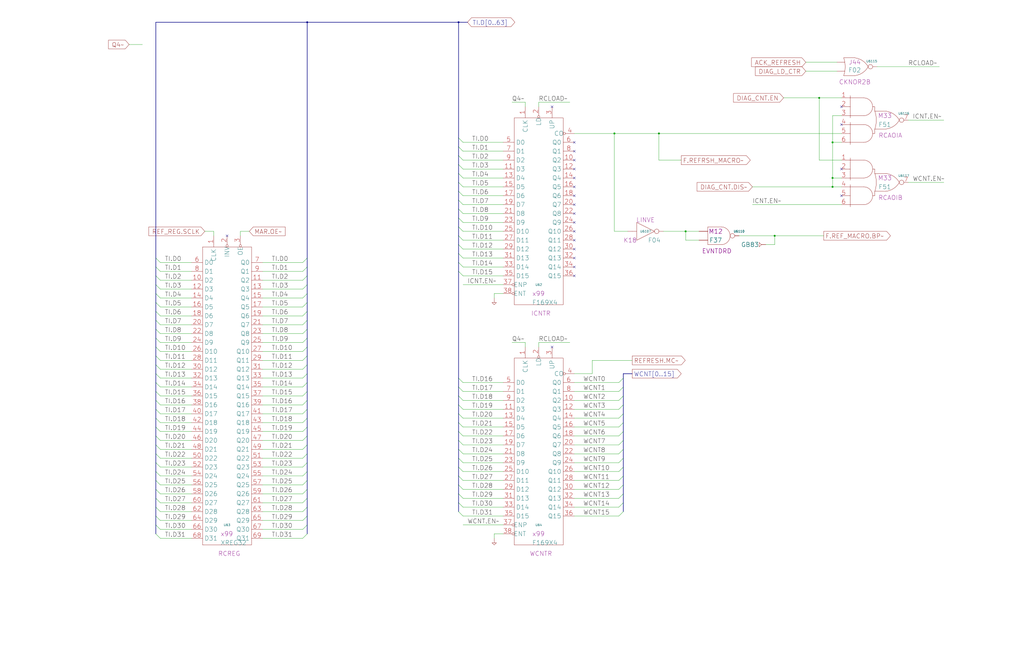
<source format=kicad_sch>
(kicad_sch (version 20221206) (generator eeschema)
  (paper "User" 584.2 378.46)
  (title_block (title "REFRESH COUNTERS") (date "20-MAR-90") (rev "1.0") (comment 1 "FIU") (comment 2 "232-003065") (comment 3 "S400") (comment 4 "RELEASED"))
  (lib_symbols
    (symbol "r1000:F02" (pin_numbers hide) (pin_names hide)
      (property "Reference" "U" (at 12.16 0.635 0))
      (property "Value" "F02" (at -1.27 -4.445 0))
      (property "Location" "___" (at 2.54 0 0))
      (property "Name" "______" (at 2.54 -12.7 0))
      (symbol "F02_0_1"
        (arc (start -3.81 -7.62) (mid -2.9847 -2.54) (end -3.81 2.54) (stroke (width 0.1524)))
        (polyline (pts (xy -5.08 -5.08) (xy -3.175 -5.08)) (stroke (width 0.1524)))
        (polyline (pts (xy -5.08 0) (xy -3.175 0)) (stroke (width 0.1524)))
        (polyline (pts (xy -3.81 -7.62) (xy 2.54 -7.62)) (stroke (width 0.1524)))
        (polyline (pts (xy -3.81 2.54) (xy 2.54 2.54)) (stroke (width 0.1524)))
        (polyline (pts (xy 13.97 -2.54) (xy 12.7 -2.54)) (stroke (width 0.1524)))
        (arc (start 2.54 -7.62) (mid 6.9515 -5.9823) (end 10.16 -2.54) (stroke (width 0.1524)))
        (arc (start 10.16 -2.54) (mid 6.9478 0.8966) (end 2.54 2.54) (stroke (width 0.1524)))
        (circle (center 11.43 -2.54) (radius 1.27) (stroke (width 0.1524)))
      )
      (symbol "F02_0_2"
        (circle (center -3.81 -5.08) (radius 1.27) (stroke (width 0.1524)))
        (circle (center -3.81 0) (radius 1.27) (stroke (width 0.1524)))
        (polyline (pts (xy -2.54 -7.62) (xy 5.08 -7.62)) (stroke (width 0.1524)))
        (polyline (pts (xy -2.54 2.54) (xy -2.54 -7.62)) (stroke (width 0.1524)))
        (polyline (pts (xy -2.54 2.54) (xy 5.08 2.54)) (stroke (width 0.1524)))
        (polyline (pts (xy 11.43 -2.54) (xy 10.16 -2.54)) (stroke (width 0.1524)))
        (polyline (pts (xy 11.43 -2.54) (xy 12.7 -2.54)) (stroke (width 0.1524)))
        (arc (start 5.08 -7.62) (mid 10.1282 -2.54) (end 5.08 2.54) (stroke (width 0.1524)))
      )
      (symbol "F02_1_1"
        (pin input line (at -7.62 0 0) (length 2.54) (name "D0") (number "1"))
        (pin input line (at -7.62 -5.08 0) (length 2.54) (name "D1") (number "2"))
        (pin output line (at 15.24 -2.54 180) (length 1.27) (name "Q") (number "3"))
      )
      (symbol "F02_1_2"
        (pin input line (at -7.62 0 0) (length 2.54) (name "D0") (number "1"))
        (pin input line (at -7.62 -5.08 0) (length 2.54) (name "D1") (number "2"))
        (pin output line (at 15.24 -2.54 180) (length 2.54) (name "Q") (number "3"))
      )
    )
    (symbol "r1000:F04" (pin_numbers hide) (pin_names hide)
      (property "Reference" "U" (at 0 0 0))
      (property "Value" "F04" (at 1.27 -5.08 0))
      (property "Location" "___" (at -12.7 -5.08 0))
      (property "Name" "______" (at 0 5.08 0))
      (symbol "F04_0_1"
        (polyline (pts (xy -7.62 0) (xy -5.08 0)) (stroke (width 0.1524)))
        (polyline (pts (xy -5.08 5.08) (xy -5.08 -5.08)) (stroke (width 0.1524)))
        (polyline (pts (xy 5.08 0) (xy -5.08 -5.08)) (stroke (width 0.1524)))
        (polyline (pts (xy 5.08 0) (xy -5.08 5.08)) (stroke (width 0.1524)))
        (circle (center 6.35 0) (radius 1.27) (stroke (width 0.1524)))
      )
      (symbol "F04_1_1"
        (pin input line (at -10.16 0 0) (length 2.54) (name "D0") (number "1"))
        (pin output line (at 10.16 0 180) (length 2.54) (name "Q") (number "2"))
      )
    )
    (symbol "r1000:F169X4" (pin_names (offset 1.016))
      (property "Reference" "U" (at 2.54 5.08 0))
      (property "Value" "F169X4" (at -1.27 -5.08 0))
      (property "Location" "___" (at -1.27 0 0))
      (property "Name" "______" (at 3.81 -12.7 0))
      (symbol "F169X4_1_1"
        (circle (center -12.065 0) (radius 0.635))
        (circle (center -12.065 5.08) (radius 0.635))
        (rectangle (start -11.43 100.33) (end 16.51 -6.35))
        (circle (center 2.54 100.965) (radius 0.635))
        (circle (center 17.145 91.44) (radius 0.635))
        (pin input line (at -5.08 106.68 270) (length 6.35) (name "CLK") (number "1"))
        (pin output line (at 22.86 76.2 180) (length 6.35) (name "Q2") (number "10"))
        (pin input line (at -17.78 71.12 0) (length 6.35) (name "D3") (number "11"))
        (pin output line (at 22.86 71.12 180) (length 6.35) (name "Q3") (number "12"))
        (pin input line (at -17.78 66.04 0) (length 6.35) (name "D4") (number "13"))
        (pin output line (at 22.86 66.04 180) (length 6.35) (name "Q4") (number "14"))
        (pin input line (at -17.78 60.96 0) (length 6.35) (name "D5") (number "15"))
        (pin output line (at 22.86 60.96 180) (length 6.35) (name "Q5") (number "16"))
        (pin input line (at -17.78 55.88 0) (length 6.35) (name "D6") (number "17"))
        (pin output line (at 22.86 55.88 180) (length 6.35) (name "Q6") (number "18"))
        (pin input line (at -17.78 50.8 0) (length 6.35) (name "D7") (number "19"))
        (pin input line (at 2.54 106.68 270) (length 5.08) (name "LD") (number "2"))
        (pin output line (at 22.86 50.8 180) (length 6.35) (name "Q7") (number "20"))
        (pin input line (at -17.78 45.72 0) (length 6.35) (name "D8") (number "21"))
        (pin output line (at 22.86 45.72 180) (length 6.35) (name "Q8") (number "22"))
        (pin input line (at -17.78 40.64 0) (length 6.35) (name "D9") (number "23"))
        (pin output line (at 22.86 40.64 180) (length 6.35) (name "Q9") (number "24"))
        (pin input line (at -17.78 35.56 0) (length 6.35) (name "D10") (number "25"))
        (pin output line (at 22.86 35.56 180) (length 6.35) (name "Q10") (number "26"))
        (pin input line (at -17.78 30.48 0) (length 6.35) (name "D11") (number "27"))
        (pin output line (at 22.86 30.48 180) (length 6.35) (name "Q11") (number "28"))
        (pin input line (at -17.78 25.4 0) (length 6.35) (name "D12") (number "29"))
        (pin input line (at 10.16 106.68 270) (length 6.35) (name "UP") (number "3"))
        (pin output line (at 22.86 25.4 180) (length 6.35) (name "Q12") (number "30"))
        (pin input line (at -17.78 20.32 0) (length 6.35) (name "D13") (number "31"))
        (pin output line (at 22.86 20.32 180) (length 6.35) (name "Q13") (number "32"))
        (pin input line (at -17.78 15.24 0) (length 6.35) (name "D14") (number "33"))
        (pin output line (at 22.86 15.24 180) (length 6.35) (name "Q14") (number "34"))
        (pin input line (at -17.78 10.16 0) (length 6.35) (name "D15") (number "35"))
        (pin output line (at 22.86 10.16 180) (length 6.35) (name "Q15") (number "36"))
        (pin input line (at -17.78 5.08 0) (length 5.08) (name "ENP") (number "37"))
        (pin input line (at -17.78 0 0) (length 5.08) (name "ENT") (number "38"))
        (pin output line (at 22.86 91.44 180) (length 5.08) (name "CO") (number "4"))
        (pin input line (at -17.78 86.36 0) (length 6.35) (name "D0") (number "5"))
        (pin output line (at 22.86 86.36 180) (length 6.35) (name "Q0") (number "6"))
        (pin input line (at -17.78 81.28 0) (length 6.35) (name "D1") (number "7"))
        (pin output line (at 22.86 81.28 180) (length 6.35) (name "Q1") (number "8"))
        (pin input line (at -17.78 76.2 0) (length 6.35) (name "D2") (number "9"))
      )
    )
    (symbol "r1000:F37" (pin_numbers hide) (pin_names (offset 0) hide)
      (property "Reference" "U" (at 15.24 0 0))
      (property "Value" "F37" (at 1.905 -5.08 0))
      (property "Location" "___" (at 1.905 0 0))
      (property "Name" "______" (at 2.54 -12.7 0))
      (symbol "F37_0_1"
        (polyline (pts (xy -2.54 -7.62) (xy 5.08 -7.62)) (stroke (width 0.1524)))
        (polyline (pts (xy -2.54 2.54) (xy -2.54 -7.62)) (stroke (width 0.1524)))
        (polyline (pts (xy -2.54 2.54) (xy 5.08 2.54)) (stroke (width 0.1524)))
        (arc (start 5.08 -7.62) (mid 10.1282 -2.54) (end 5.08 2.54) (stroke (width 0.1524)))
        (circle (center 11.43 -2.54) (radius 1.27) (stroke (width 0.1524)))
      )
      (symbol "F37_0_2"
        (circle (center -3.81 -5.08) (radius 1.27) (stroke (width 0.1524)))
        (circle (center -3.81 0) (radius 1.27) (stroke (width 0.1524)))
        (arc (start -3.175 -7.62) (mid -2.134 -2.54) (end -3.175 2.54) (stroke (width 0.1524)))
        (polyline (pts (xy -3.175 -7.62) (xy 3.81 -7.62)) (stroke (width 0.1524)))
        (polyline (pts (xy -3.175 2.54) (xy 3.81 2.54)) (stroke (width 0.1524)))
        (arc (start 3.81 -7.62) (mid 7.5855 -5.8306) (end 10.16 -2.54) (stroke (width 0.1524)))
        (arc (start 10.16 -2.54) (mid 7.5827 0.7471) (end 3.81 2.54) (stroke (width 0.1524)))
      )
      (symbol "F37_1_1"
        (pin input line (at -7.62 0 0) (length 5.08) (name "D0") (number "1"))
        (pin input line (at -7.62 -5.08 0) (length 5.08) (name "D1") (number "2"))
        (pin output line (at 15.24 -2.54 180) (length 2.54) (name "Q") (number "3"))
      )
      (symbol "F37_1_2"
        (pin input line (at -7.62 0 0) (length 2.54) (name "D0") (number "1"))
        (pin input line (at -7.62 -5.08 0) (length 2.54) (name "D1") (number "2"))
        (pin output line (at 15.24 -2.54 180) (length 5.08) (name "Q") (number "3"))
      )
    )
    (symbol "r1000:F51" (pin_names hide)
      (property "Reference" "U" (at 12.7 1.27 0))
      (property "Value" "F51" (at 1.905 -5.08 0))
      (property "Location" "___" (at 1.905 0 0))
      (property "Name" "______" (at 5.08 -12.7 0))
      (symbol "F51_0_0"
        (arc (start -10.16 -15.24) (mid -6.5679 -13.7521) (end -5.08 -10.16) (stroke (width 0.1524)))
        (arc (start -10.16 0) (mid -6.5679 1.4879) (end -5.08 5.08) (stroke (width 0.1524)))
        (arc (start -5.08 -10.16) (mid -6.5679 -6.5679) (end -10.16 -5.08) (stroke (width 0.1524)))
        (arc (start -5.08 5.08) (mid -6.5679 8.6721) (end -10.16 10.16) (stroke (width 0.1524)))
        (arc (start -3.8173 -7.62) (mid -2.9926 -2.54) (end -3.8173 2.54) (stroke (width 0.1524)))
        (polyline (pts (xy -20.32 -15.24) (xy -17.78 -15.24)) (stroke (width 0.1524)))
        (polyline (pts (xy -20.32 -10.16) (xy -17.78 -10.16)) (stroke (width 0.1524)))
        (polyline (pts (xy -20.32 -5.08) (xy -17.78 -5.08)) (stroke (width 0.1524)))
        (polyline (pts (xy -20.32 0) (xy -17.78 0)) (stroke (width 0.1524)))
        (polyline (pts (xy -20.32 5.08) (xy -17.78 5.08)) (stroke (width 0.1524)))
        (polyline (pts (xy -20.32 10.16) (xy -17.78 10.16)) (stroke (width 0.1524)))
        (polyline (pts (xy -17.78 -3.81) (xy -17.78 -16.51)) (stroke (width 0.1524)))
        (polyline (pts (xy -17.78 11.43) (xy -17.78 -1.27)) (stroke (width 0.1524)))
        (polyline (pts (xy -10.16 -15.24) (xy -17.78 -15.24)) (stroke (width 0.1524)))
        (polyline (pts (xy -10.16 -5.08) (xy -17.78 -5.08)) (stroke (width 0.1524)))
        (polyline (pts (xy -10.16 0) (xy -17.78 0)) (stroke (width 0.1524)))
        (polyline (pts (xy -10.16 10.16) (xy -17.78 10.16)) (stroke (width 0.1524)))
        (polyline (pts (xy -3.81 -7.62) (xy 2.54 -7.62)) (stroke (width 0.1524)))
        (polyline (pts (xy -3.81 2.54) (xy 2.54 2.54)) (stroke (width 0.1524)))
        (polyline (pts (xy -5.08 -10.16) (xy -3.81 -10.16) (xy -3.81 -7.62)) (stroke (width 0.1524)))
        (polyline (pts (xy -5.08 5.08) (xy -3.81 5.08) (xy -3.81 2.54)) (stroke (width 0.1524)))
        (arc (start 2.54 -7.62) (mid 6.9504 -5.9805) (end 10.16 -2.54) (stroke (width 0.1524)))
        (arc (start 10.16 -2.54) (mid 6.9516 0.9024) (end 2.54 2.54) (stroke (width 0.1524)))
        (circle (center 11.43 -2.54) (radius 1.27) (stroke (width 0.1524)))
      )
      (symbol "F51_1_1"
        (pin input line (at -22.86 10.16 0) (length 2.54) (name "A1") (number "1"))
        (pin input line (at -22.86 5.08 0) (length 2.54) (name "A2") (number "2"))
        (pin input line (at -22.86 0 0) (length 2.54) (name "A3") (number "3"))
        (pin input line (at -22.86 -5.08 0) (length 2.54) (name "B1") (number "4"))
        (pin input line (at -22.86 -10.16 0) (length 2.54) (name "B2") (number "5"))
        (pin input line (at -22.86 -15.24 0) (length 2.54) (name "B3") (number "6"))
        (pin output line (at 15.24 -2.54 180) (length 2.54) (name "Q") (number "7"))
      )
    )
    (symbol "r1000:GB" (pin_numbers hide) (pin_names (offset 0) hide)
      (property "Reference" "GB" (at 3.81 0 0))
      (symbol "GB_0_1"
        (polyline (pts (xy 2.54 0) (xy 3.81 1.27) (xy 3.81 -1.27) (xy 2.54 0)) (stroke (width 0.1524)))
      )
      (symbol "GB_1_1"
        (pin bidirectional line (at 0 0 0) (length 2.54) (name "") (number "1"))
      )
    )
    (symbol "r1000:PD" (power) (pin_numbers hide) (pin_names hide) (in_bom no)
      (symbol "PD_0_1"
        (polyline (pts (xy 0 -2.54) (xy 1.27 -2.54) (xy 0 -3.81) (xy -1.27 -2.54) (xy 0 -2.54)) (stroke (width 0.1524)))
      )
      (symbol "PD_1_1"
        (pin power_in line (at 0 0 270) (length 2.54) (name "PD") (number "1"))
      )
    )
    (symbol "r1000:XREG32" (pin_names (offset 1.016))
      (property "Reference" "U" (at 2.54 5.08 0))
      (property "Value" "XREG32" (at -1.27 -5.08 0))
      (property "Location" "___" (at -1.27 0 0))
      (property "Name" "______" (at 3.81 -12.7 0))
      (symbol "XREG32_1_1"
        (rectangle (start -11.43 163.83) (end 16.51 -6.35))
        (circle (center 2.54 164.465) (radius 0.635))
        (circle (center 10.16 164.465) (radius 0.635))
        (pin input line (at -5.08 170.18 270) (length 6.35) (name "CLK") (number "1"))
        (pin input line (at -17.78 144.78 0) (length 6.35) (name "D2") (number "10"))
        (pin tri_state line (at 22.86 144.78 180) (length 6.35) (name "Q2") (number "11"))
        (pin input line (at -17.78 139.7 0) (length 6.35) (name "D3") (number "12"))
        (pin tri_state line (at 22.86 139.7 180) (length 6.35) (name "Q3") (number "13"))
        (pin input line (at -17.78 134.62 0) (length 6.35) (name "D4") (number "14"))
        (pin tri_state line (at 22.86 134.62 180) (length 6.35) (name "Q4") (number "15"))
        (pin input line (at -17.78 129.54 0) (length 6.35) (name "D5") (number "16"))
        (pin tri_state line (at 22.86 129.54 180) (length 6.35) (name "Q5") (number "17"))
        (pin input line (at -17.78 124.46 0) (length 6.35) (name "D6") (number "18"))
        (pin tri_state line (at 22.86 124.46 180) (length 6.35) (name "Q6") (number "19"))
        (pin input line (at 2.54 170.18 270) (length 5.08) (name "INV") (number "2"))
        (pin input line (at -17.78 119.38 0) (length 6.35) (name "D7") (number "20"))
        (pin tri_state line (at 22.86 119.38 180) (length 6.35) (name "Q7") (number "21"))
        (pin input line (at -17.78 114.3 0) (length 6.35) (name "D8") (number "22"))
        (pin tri_state line (at 22.86 114.3 180) (length 6.35) (name "Q8") (number "23"))
        (pin input line (at -17.78 109.22 0) (length 6.35) (name "D9") (number "24"))
        (pin tri_state line (at 22.86 109.22 180) (length 6.35) (name "Q9") (number "25"))
        (pin input line (at -17.78 104.14 0) (length 6.35) (name "D10") (number "26"))
        (pin tri_state line (at 22.86 104.14 180) (length 6.35) (name "Q10") (number "27"))
        (pin input line (at -17.78 99.06 0) (length 6.35) (name "D11") (number "28"))
        (pin tri_state line (at 22.86 99.06 180) (length 6.35) (name "Q11") (number "29"))
        (pin input line (at 10.16 170.18 270) (length 5.08) (name "OE") (number "3"))
        (pin input line (at -17.78 93.98 0) (length 6.35) (name "D12") (number "30"))
        (pin tri_state line (at 22.86 93.98 180) (length 6.35) (name "Q12") (number "31"))
        (pin input line (at -17.78 88.9 0) (length 6.35) (name "D13") (number "32"))
        (pin tri_state line (at 22.86 88.9 180) (length 6.35) (name "Q13") (number "33"))
        (pin input line (at -17.78 83.82 0) (length 6.35) (name "D14") (number "34"))
        (pin tri_state line (at 22.86 83.82 180) (length 6.35) (name "Q14") (number "35"))
        (pin input line (at -17.78 78.74 0) (length 6.35) (name "D15") (number "36"))
        (pin tri_state line (at 22.86 78.74 180) (length 6.35) (name "Q15") (number "37"))
        (pin input line (at -17.78 73.66 0) (length 6.35) (name "D16") (number "38"))
        (pin tri_state line (at 22.86 73.66 180) (length 6.35) (name "Q16") (number "39"))
        (pin input line (at -17.78 68.58 0) (length 6.35) (name "D17") (number "40"))
        (pin tri_state line (at 22.86 68.58 180) (length 6.35) (name "Q17") (number "41"))
        (pin input line (at -17.78 63.5 0) (length 6.35) (name "D18") (number "42"))
        (pin tri_state line (at 22.86 63.5 180) (length 6.35) (name "Q18") (number "43"))
        (pin input line (at -17.78 58.42 0) (length 6.35) (name "D19") (number "44"))
        (pin tri_state line (at 22.86 58.42 180) (length 6.35) (name "Q19") (number "45"))
        (pin input line (at -17.78 53.34 0) (length 6.35) (name "D20") (number "46"))
        (pin tri_state line (at 22.86 53.34 180) (length 6.35) (name "Q20") (number "47"))
        (pin input line (at -17.78 48.26 0) (length 6.35) (name "D21") (number "48"))
        (pin tri_state line (at 22.86 48.26 180) (length 6.35) (name "Q21") (number "49"))
        (pin input line (at -17.78 43.18 0) (length 6.35) (name "D22") (number "50"))
        (pin tri_state line (at 22.86 43.18 180) (length 6.35) (name "Q22") (number "51"))
        (pin input line (at -17.78 38.1 0) (length 6.35) (name "D23") (number "52"))
        (pin tri_state line (at 22.86 38.1 180) (length 6.35) (name "Q23") (number "53"))
        (pin input line (at -17.78 33.02 0) (length 6.35) (name "D24") (number "54"))
        (pin tri_state line (at 22.86 33.02 180) (length 6.35) (name "Q24") (number "55"))
        (pin input line (at -17.78 27.94 0) (length 6.35) (name "D25") (number "56"))
        (pin tri_state line (at 22.86 27.94 180) (length 6.35) (name "Q25") (number "57"))
        (pin input line (at -17.78 22.86 0) (length 6.35) (name "D26") (number "58"))
        (pin tri_state line (at 22.86 22.86 180) (length 6.35) (name "Q26") (number "59"))
        (pin input line (at -17.78 154.94 0) (length 6.35) (name "D0") (number "6"))
        (pin input line (at -17.78 17.78 0) (length 6.35) (name "D27") (number "60"))
        (pin tri_state line (at 22.86 17.78 180) (length 6.35) (name "Q27") (number "61"))
        (pin input line (at -17.78 12.7 0) (length 6.35) (name "D28") (number "62"))
        (pin tri_state line (at 22.86 12.7 180) (length 6.35) (name "Q28") (number "63"))
        (pin input line (at -17.78 7.62 0) (length 6.35) (name "D29") (number "64"))
        (pin tri_state line (at 22.86 7.62 180) (length 6.35) (name "Q29") (number "65"))
        (pin input line (at -17.78 2.54 0) (length 6.35) (name "D30") (number "66"))
        (pin tri_state line (at 22.86 2.54 180) (length 6.35) (name "Q30") (number "67"))
        (pin input line (at -17.78 -2.54 0) (length 6.35) (name "D31") (number "68"))
        (pin tri_state line (at 22.86 -2.54 180) (length 6.35) (name "Q31") (number "69"))
        (pin tri_state line (at 22.86 154.94 180) (length 6.35) (name "Q0") (number "7"))
        (pin input line (at -17.78 149.86 0) (length 6.35) (name "D1") (number "8"))
        (pin tri_state line (at 22.86 149.86 180) (length 6.35) (name "Q1") (number "9"))
      )
    )
  )
  (junction (at 441.96 134.62))
  (junction (at 375.92 76.2))
  (junction (at 474.98 106.68))
  (junction (at 391.16 132.08))
  (junction (at 474.98 81.28))
  (junction (at 261.62 12.7))
  (junction (at 474.98 101.6))
  (junction (at 175.26 12.7))
  (junction (at 467.36 55.88))
  (junction (at 350.52 76.2))
  (no_connect (at 327.66 111.76))
  (no_connect (at 327.66 157.48))
  (no_connect (at 327.66 147.32))
  (no_connect (at 129.54 134.62))
  (no_connect (at 327.66 81.28))
  (no_connect (at 327.66 116.84))
  (no_connect (at 327.66 101.6))
  (no_connect (at 480.06 60.96))
  (no_connect (at 314.96 60.96))
  (no_connect (at 314.96 198.12))
  (no_connect (at 327.66 91.44))
  (no_connect (at 327.66 137.16))
  (no_connect (at 327.66 106.68))
  (no_connect (at 327.66 132.08))
  (no_connect (at 480.06 96.52))
  (no_connect (at 327.66 96.52))
  (no_connect (at 480.06 111.76))
  (no_connect (at 327.66 86.36))
  (no_connect (at 327.66 121.92))
  (no_connect (at 327.66 142.24))
  (no_connect (at 327.66 127))
  (no_connect (at 480.06 71.12))
  (no_connect (at 327.66 152.4))
  (bus_entry (at 261.62 144.78) (size 2.54 2.54))
  (bus_entry (at 261.62 271.78) (size 2.54 2.54))
  (bus_entry (at 175.26 238.76) (size -2.54 2.54))
  (bus_entry (at 175.26 167.64) (size -2.54 2.54))
  (bus_entry (at 88.9 254) (size 2.54 2.54))
  (bus_entry (at 175.26 304.8) (size -2.54 2.54))
  (bus_entry (at 175.26 162.56) (size -2.54 2.54))
  (bus_entry (at 175.26 233.68) (size -2.54 2.54))
  (bus_entry (at 355.6 226.06) (size -2.54 2.54))
  (bus_entry (at 88.9 264.16) (size 2.54 2.54))
  (bus_entry (at 355.6 231.14) (size -2.54 2.54))
  (bus_entry (at 88.9 223.52) (size 2.54 2.54))
  (bus_entry (at 88.9 193.04) (size 2.54 2.54))
  (bus_entry (at 88.9 213.36) (size 2.54 2.54))
  (bus_entry (at 355.6 236.22) (size -2.54 2.54))
  (bus_entry (at 88.9 304.8) (size 2.54 2.54))
  (bus_entry (at 261.62 287.02) (size 2.54 2.54))
  (bus_entry (at 261.62 215.9) (size 2.54 2.54))
  (bus_entry (at 175.26 228.6) (size -2.54 2.54))
  (bus_entry (at 261.62 241.3) (size 2.54 2.54))
  (bus_entry (at 261.62 226.06) (size 2.54 2.54))
  (bus_entry (at 175.26 198.12) (size -2.54 2.54))
  (bus_entry (at 175.26 208.28) (size -2.54 2.54))
  (bus_entry (at 261.62 129.54) (size 2.54 2.54))
  (bus_entry (at 88.9 243.84) (size 2.54 2.54))
  (bus_entry (at 261.62 88.9) (size 2.54 2.54))
  (bus_entry (at 355.6 241.3) (size -2.54 2.54))
  (bus_entry (at 355.6 281.94) (size -2.54 2.54))
  (bus_entry (at 355.6 251.46) (size -2.54 2.54))
  (bus_entry (at 88.9 152.4) (size 2.54 2.54))
  (bus_entry (at 261.62 109.22) (size 2.54 2.54))
  (bus_entry (at 175.26 157.48) (size -2.54 2.54))
  (bus_entry (at 88.9 198.12) (size 2.54 2.54))
  (bus_entry (at 175.26 269.24) (size -2.54 2.54))
  (bus_entry (at 175.26 187.96) (size -2.54 2.54))
  (bus_entry (at 261.62 83.82) (size 2.54 2.54))
  (bus_entry (at 88.9 162.56) (size 2.54 2.54))
  (bus_entry (at 88.9 228.6) (size 2.54 2.54))
  (bus_entry (at 261.62 93.98) (size 2.54 2.54))
  (bus_entry (at 88.9 233.68) (size 2.54 2.54))
  (bus_entry (at 88.9 208.28) (size 2.54 2.54))
  (bus_entry (at 175.26 213.36) (size -2.54 2.54))
  (bus_entry (at 88.9 182.88) (size 2.54 2.54))
  (bus_entry (at 175.26 218.44) (size -2.54 2.54))
  (bus_entry (at 175.26 152.4) (size -2.54 2.54))
  (bus_entry (at 175.26 289.56) (size -2.54 2.54))
  (bus_entry (at 261.62 124.46) (size 2.54 2.54))
  (bus_entry (at 175.26 284.48) (size -2.54 2.54))
  (bus_entry (at 355.6 271.78) (size -2.54 2.54))
  (bus_entry (at 261.62 134.62) (size 2.54 2.54))
  (bus_entry (at 88.9 187.96) (size 2.54 2.54))
  (bus_entry (at 175.26 172.72) (size -2.54 2.54))
  (bus_entry (at 175.26 279.4) (size -2.54 2.54))
  (bus_entry (at 175.26 182.88) (size -2.54 2.54))
  (bus_entry (at 175.26 264.16) (size -2.54 2.54))
  (bus_entry (at 261.62 292.1) (size 2.54 2.54))
  (bus_entry (at 175.26 294.64) (size -2.54 2.54))
  (bus_entry (at 355.6 276.86) (size -2.54 2.54))
  (bus_entry (at 355.6 215.9) (size -2.54 2.54))
  (bus_entry (at 175.26 299.72) (size -2.54 2.54))
  (bus_entry (at 175.26 254) (size -2.54 2.54))
  (bus_entry (at 88.9 172.72) (size 2.54 2.54))
  (bus_entry (at 261.62 231.14) (size 2.54 2.54))
  (bus_entry (at 261.62 251.46) (size 2.54 2.54))
  (bus_entry (at 88.9 289.56) (size 2.54 2.54))
  (bus_entry (at 88.9 157.48) (size 2.54 2.54))
  (bus_entry (at 88.9 269.24) (size 2.54 2.54))
  (bus_entry (at 261.62 261.62) (size 2.54 2.54))
  (bus_entry (at 175.26 223.52) (size -2.54 2.54))
  (bus_entry (at 175.26 259.08) (size -2.54 2.54))
  (bus_entry (at 88.9 279.4) (size 2.54 2.54))
  (bus_entry (at 88.9 299.72) (size 2.54 2.54))
  (bus_entry (at 175.26 203.2) (size -2.54 2.54))
  (bus_entry (at 261.62 78.74) (size 2.54 2.54))
  (bus_entry (at 175.26 147.32) (size -2.54 2.54))
  (bus_entry (at 261.62 99.06) (size 2.54 2.54))
  (bus_entry (at 88.9 147.32) (size 2.54 2.54))
  (bus_entry (at 261.62 246.38) (size 2.54 2.54))
  (bus_entry (at 88.9 238.76) (size 2.54 2.54))
  (bus_entry (at 355.6 266.7) (size -2.54 2.54))
  (bus_entry (at 261.62 276.86) (size 2.54 2.54))
  (bus_entry (at 261.62 154.94) (size 2.54 2.54))
  (bus_entry (at 261.62 236.22) (size 2.54 2.54))
  (bus_entry (at 355.6 287.02) (size -2.54 2.54))
  (bus_entry (at 261.62 119.38) (size 2.54 2.54))
  (bus_entry (at 355.6 246.38) (size -2.54 2.54))
  (bus_entry (at 261.62 149.86) (size 2.54 2.54))
  (bus_entry (at 261.62 139.7) (size 2.54 2.54))
  (bus_entry (at 175.26 193.04) (size -2.54 2.54))
  (bus_entry (at 88.9 294.64) (size 2.54 2.54))
  (bus_entry (at 88.9 284.48) (size 2.54 2.54))
  (bus_entry (at 88.9 259.08) (size 2.54 2.54))
  (bus_entry (at 355.6 256.54) (size -2.54 2.54))
  (bus_entry (at 88.9 203.2) (size 2.54 2.54))
  (bus_entry (at 355.6 292.1) (size -2.54 2.54))
  (bus_entry (at 355.6 220.98) (size -2.54 2.54))
  (bus_entry (at 261.62 104.14) (size 2.54 2.54))
  (bus_entry (at 261.62 220.98) (size 2.54 2.54))
  (bus_entry (at 175.26 274.32) (size -2.54 2.54))
  (bus_entry (at 261.62 281.94) (size 2.54 2.54))
  (bus_entry (at 88.9 167.64) (size 2.54 2.54))
  (bus_entry (at 175.26 177.8) (size -2.54 2.54))
  (bus_entry (at 355.6 261.62) (size -2.54 2.54))
  (bus_entry (at 261.62 256.54) (size 2.54 2.54))
  (bus_entry (at 261.62 114.3) (size 2.54 2.54))
  (bus_entry (at 88.9 218.44) (size 2.54 2.54))
  (bus_entry (at 175.26 248.92) (size -2.54 2.54))
  (bus_entry (at 88.9 248.92) (size 2.54 2.54))
  (bus_entry (at 261.62 266.7) (size 2.54 2.54))
  (bus_entry (at 175.26 243.84) (size -2.54 2.54))
  (bus_entry (at 88.9 274.32) (size 2.54 2.54))
  (bus_entry (at 88.9 177.8) (size 2.54 2.54))
  (wire (pts (xy 264.16 106.68) (xy 287.02 106.68)))
  (bus (pts (xy 88.9 213.36) (xy 88.9 218.44)))
  (wire (pts (xy 264.16 91.44) (xy 287.02 91.44)))
  (wire (pts (xy 327.66 218.44) (xy 353.06 218.44)))
  (bus (pts (xy 175.26 213.36) (xy 175.26 218.44)))
  (wire (pts (xy 327.66 259.08) (xy 353.06 259.08)))
  (wire (pts (xy 91.44 271.78) (xy 109.22 271.78)))
  (wire (pts (xy 172.72 220.98) (xy 149.86 220.98)))
  (wire (pts (xy 264.16 294.64) (xy 287.02 294.64)))
  (bus (pts (xy 261.62 220.98) (xy 261.62 226.06)))
  (bus (pts (xy 88.9 182.88) (xy 88.9 187.96)))
  (bus (pts (xy 88.9 294.64) (xy 88.9 299.72)))
  (bus (pts (xy 88.9 289.56) (xy 88.9 294.64)))
  (wire (pts (xy 91.44 205.74) (xy 109.22 205.74)))
  (bus (pts (xy 261.62 246.38) (xy 261.62 251.46)))
  (wire (pts (xy 467.36 91.44) (xy 467.36 55.88)))
  (bus (pts (xy 355.6 281.94) (xy 355.6 287.02)))
  (wire (pts (xy 172.72 170.18) (xy 149.86 170.18)))
  (bus (pts (xy 261.62 139.7) (xy 261.62 144.78)))
  (wire (pts (xy 264.16 218.44) (xy 287.02 218.44)))
  (bus (pts (xy 261.62 266.7) (xy 261.62 271.78)))
  (wire (pts (xy 91.44 210.82) (xy 109.22 210.82)))
  (wire (pts (xy 292.1 58.42) (xy 299.72 58.42)))
  (wire (pts (xy 360.68 205.74) (xy 337.82 205.74)))
  (wire (pts (xy 172.72 195.58) (xy 149.86 195.58)))
  (wire (pts (xy 327.66 228.6) (xy 353.06 228.6)))
  (bus (pts (xy 261.62 215.9) (xy 261.62 220.98)))
  (wire (pts (xy 91.44 297.18) (xy 109.22 297.18)))
  (wire (pts (xy 287.02 167.64) (xy 281.94 167.64)))
  (bus (pts (xy 261.62 261.62) (xy 261.62 266.7)))
  (wire (pts (xy 474.98 81.28) (xy 480.06 81.28)))
  (bus (pts (xy 88.9 299.72) (xy 88.9 304.8)))
  (wire (pts (xy 172.72 256.54) (xy 149.86 256.54)))
  (bus (pts (xy 261.62 231.14) (xy 261.62 236.22)))
  (wire (pts (xy 264.16 81.28) (xy 287.02 81.28)))
  (wire (pts (xy 172.72 185.42) (xy 149.86 185.42)))
  (wire (pts (xy 91.44 256.54) (xy 109.22 256.54)))
  (bus (pts (xy 175.26 147.32) (xy 175.26 152.4)))
  (wire (pts (xy 91.44 302.26) (xy 109.22 302.26)))
  (wire (pts (xy 281.94 167.64) (xy 281.94 170.18)))
  (wire (pts (xy 378.46 132.08) (xy 391.16 132.08)))
  (wire (pts (xy 264.16 152.4) (xy 287.02 152.4)))
  (bus (pts (xy 261.62 129.54) (xy 261.62 134.62)))
  (wire (pts (xy 91.44 220.98) (xy 109.22 220.98)))
  (wire (pts (xy 91.44 307.34) (xy 109.22 307.34)))
  (wire (pts (xy 327.66 254) (xy 353.06 254)))
  (wire (pts (xy 172.72 266.7) (xy 149.86 266.7)))
  (wire (pts (xy 137.16 132.08) (xy 137.16 134.62)))
  (wire (pts (xy 264.16 147.32) (xy 287.02 147.32)))
  (wire (pts (xy 91.44 241.3) (xy 109.22 241.3)))
  (bus (pts (xy 88.9 279.4) (xy 88.9 284.48)))
  (bus (pts (xy 261.62 281.94) (xy 261.62 287.02)))
  (wire (pts (xy 172.72 226.06) (xy 149.86 226.06)))
  (bus (pts (xy 88.9 162.56) (xy 88.9 167.64)))
  (bus (pts (xy 175.26 238.76) (xy 175.26 243.84)))
  (wire (pts (xy 91.44 231.14) (xy 109.22 231.14)))
  (wire (pts (xy 91.44 236.22) (xy 109.22 236.22)))
  (wire (pts (xy 172.72 261.62) (xy 149.86 261.62)))
  (bus (pts (xy 355.6 276.86) (xy 355.6 281.94)))
  (wire (pts (xy 116.84 132.08) (xy 121.92 132.08)))
  (bus (pts (xy 261.62 154.94) (xy 261.62 215.9)))
  (wire (pts (xy 172.72 297.18) (xy 149.86 297.18)))
  (bus (pts (xy 175.26 299.72) (xy 175.26 304.8)))
  (bus (pts (xy 355.6 220.98) (xy 355.6 226.06)))
  (wire (pts (xy 91.44 154.94) (xy 109.22 154.94)))
  (bus (pts (xy 88.9 264.16) (xy 88.9 269.24)))
  (bus (pts (xy 355.6 241.3) (xy 355.6 246.38)))
  (wire (pts (xy 327.66 243.84) (xy 353.06 243.84)))
  (bus (pts (xy 355.6 236.22) (xy 355.6 241.3)))
  (wire (pts (xy 172.72 307.34) (xy 149.86 307.34)))
  (wire (pts (xy 264.16 137.16) (xy 287.02 137.16)))
  (wire (pts (xy 327.66 233.68) (xy 353.06 233.68)))
  (wire (pts (xy 325.12 58.42) (xy 307.34 58.42)))
  (bus (pts (xy 175.26 228.6) (xy 175.26 233.68)))
  (bus (pts (xy 261.62 12.7) (xy 261.62 78.74)))
  (bus (pts (xy 88.9 147.32) (xy 88.9 152.4)))
  (wire (pts (xy 264.16 259.08) (xy 287.02 259.08)))
  (bus (pts (xy 355.6 226.06) (xy 355.6 231.14)))
  (bus (pts (xy 261.62 251.46) (xy 261.62 256.54)))
  (bus (pts (xy 355.6 266.7) (xy 355.6 271.78)))
  (wire (pts (xy 467.36 55.88) (xy 480.06 55.88)))
  (wire (pts (xy 91.44 175.26) (xy 109.22 175.26)))
  (bus (pts (xy 175.26 289.56) (xy 175.26 294.64)))
  (bus (pts (xy 88.9 167.64) (xy 88.9 172.72)))
  (wire (pts (xy 398.78 137.16) (xy 391.16 137.16)))
  (wire (pts (xy 264.16 254) (xy 287.02 254)))
  (bus (pts (xy 88.9 243.84) (xy 88.9 248.92)))
  (bus (pts (xy 88.9 198.12) (xy 88.9 203.2)))
  (bus (pts (xy 175.26 182.88) (xy 175.26 187.96)))
  (bus (pts (xy 355.6 215.9) (xy 355.6 220.98)))
  (wire (pts (xy 327.66 223.52) (xy 353.06 223.52)))
  (wire (pts (xy 91.44 281.94) (xy 109.22 281.94)))
  (bus (pts (xy 175.26 284.48) (xy 175.26 289.56)))
  (wire (pts (xy 121.92 132.08) (xy 121.92 134.62)))
  (wire (pts (xy 172.72 251.46) (xy 149.86 251.46)))
  (wire (pts (xy 480.06 91.44) (xy 467.36 91.44)))
  (wire (pts (xy 172.72 215.9) (xy 149.86 215.9)))
  (bus (pts (xy 261.62 114.3) (xy 261.62 119.38)))
  (wire (pts (xy 91.44 287.02) (xy 109.22 287.02)))
  (wire (pts (xy 327.66 76.2) (xy 350.52 76.2)))
  (bus (pts (xy 261.62 256.54) (xy 261.62 261.62)))
  (wire (pts (xy 299.72 195.58) (xy 299.72 198.12)))
  (bus (pts (xy 261.62 236.22) (xy 261.62 241.3)))
  (bus (pts (xy 175.26 294.64) (xy 175.26 299.72)))
  (wire (pts (xy 172.72 200.66) (xy 149.86 200.66)))
  (wire (pts (xy 91.44 170.18) (xy 109.22 170.18)))
  (wire (pts (xy 91.44 251.46) (xy 109.22 251.46)))
  (wire (pts (xy 264.16 238.76) (xy 287.02 238.76)))
  (bus (pts (xy 175.26 208.28) (xy 175.26 213.36)))
  (wire (pts (xy 172.72 180.34) (xy 149.86 180.34)))
  (bus (pts (xy 88.9 208.28) (xy 88.9 213.36)))
  (bus (pts (xy 175.26 243.84) (xy 175.26 248.92)))
  (wire (pts (xy 91.44 160.02) (xy 109.22 160.02)))
  (wire (pts (xy 91.44 185.42) (xy 109.22 185.42)))
  (bus (pts (xy 261.62 99.06) (xy 261.62 104.14)))
  (wire (pts (xy 327.66 294.64) (xy 353.06 294.64)))
  (wire (pts (xy 375.92 76.2) (xy 350.52 76.2)))
  (bus (pts (xy 88.9 187.96) (xy 88.9 193.04)))
  (bus (pts (xy 261.62 287.02) (xy 261.62 292.1)))
  (wire (pts (xy 172.72 236.22) (xy 149.86 236.22)))
  (wire (pts (xy 172.72 287.02) (xy 149.86 287.02)))
  (bus (pts (xy 175.26 274.32) (xy 175.26 279.4)))
  (wire (pts (xy 264.16 121.92) (xy 287.02 121.92)))
  (wire (pts (xy 172.72 175.26) (xy 149.86 175.26)))
  (bus (pts (xy 261.62 241.3) (xy 261.62 246.38)))
  (wire (pts (xy 73.66 25.4) (xy 81.28 25.4)))
  (wire (pts (xy 264.16 243.84) (xy 287.02 243.84)))
  (wire (pts (xy 264.16 284.48) (xy 287.02 284.48)))
  (wire (pts (xy 307.34 58.42) (xy 307.34 60.96)))
  (wire (pts (xy 91.44 226.06) (xy 109.22 226.06)))
  (wire (pts (xy 172.72 246.38) (xy 149.86 246.38)))
  (wire (pts (xy 459.74 40.64) (xy 477.52 40.64)))
  (wire (pts (xy 264.16 279.4) (xy 287.02 279.4)))
  (wire (pts (xy 429.26 116.84) (xy 480.06 116.84)))
  (wire (pts (xy 91.44 292.1) (xy 109.22 292.1)))
  (wire (pts (xy 172.72 210.82) (xy 149.86 210.82)))
  (wire (pts (xy 292.1 195.58) (xy 299.72 195.58)))
  (wire (pts (xy 264.16 101.6) (xy 287.02 101.6)))
  (wire (pts (xy 299.72 58.42) (xy 299.72 60.96)))
  (wire (pts (xy 474.98 106.68) (xy 480.06 106.68)))
  (bus (pts (xy 261.62 12.7) (xy 266.7 12.7)))
  (bus (pts (xy 175.26 193.04) (xy 175.26 198.12)))
  (bus (pts (xy 261.62 93.98) (xy 261.62 99.06)))
  (wire (pts (xy 142.24 132.08) (xy 137.16 132.08)))
  (bus (pts (xy 175.26 167.64) (xy 175.26 172.72)))
  (bus (pts (xy 88.9 269.24) (xy 88.9 274.32)))
  (bus (pts (xy 175.26 254) (xy 175.26 259.08)))
  (wire (pts (xy 264.16 142.24) (xy 287.02 142.24)))
  (bus (pts (xy 88.9 223.52) (xy 88.9 228.6)))
  (wire (pts (xy 264.16 127) (xy 287.02 127)))
  (bus (pts (xy 175.26 259.08) (xy 175.26 264.16)))
  (wire (pts (xy 172.72 190.5) (xy 149.86 190.5)))
  (wire (pts (xy 172.72 154.94) (xy 149.86 154.94)))
  (bus (pts (xy 175.26 233.68) (xy 175.26 238.76)))
  (bus (pts (xy 261.62 104.14) (xy 261.62 109.22)))
  (wire (pts (xy 264.16 233.68) (xy 287.02 233.68)))
  (wire (pts (xy 391.16 137.16) (xy 391.16 132.08)))
  (bus (pts (xy 355.6 261.62) (xy 355.6 266.7)))
  (wire (pts (xy 172.72 160.02) (xy 149.86 160.02)))
  (wire (pts (xy 91.44 195.58) (xy 109.22 195.58)))
  (bus (pts (xy 355.6 246.38) (xy 355.6 251.46)))
  (wire (pts (xy 281.94 304.8) (xy 281.94 307.34)))
  (wire (pts (xy 91.44 266.7) (xy 109.22 266.7)))
  (bus (pts (xy 88.9 172.72) (xy 88.9 177.8)))
  (wire (pts (xy 337.82 205.74) (xy 337.82 213.36)))
  (bus (pts (xy 88.9 193.04) (xy 88.9 198.12)))
  (bus (pts (xy 88.9 248.92) (xy 88.9 254)))
  (bus (pts (xy 261.62 109.22) (xy 261.62 114.3)))
  (bus (pts (xy 175.26 223.52) (xy 175.26 228.6)))
  (wire (pts (xy 327.66 269.24) (xy 353.06 269.24)))
  (bus (pts (xy 175.26 157.48) (xy 175.26 162.56)))
  (wire (pts (xy 421.64 134.62) (xy 441.96 134.62)))
  (wire (pts (xy 287.02 304.8) (xy 281.94 304.8)))
  (wire (pts (xy 327.66 289.56) (xy 353.06 289.56)))
  (bus (pts (xy 261.62 78.74) (xy 261.62 83.82)))
  (wire (pts (xy 264.16 223.52) (xy 287.02 223.52)))
  (wire (pts (xy 337.82 213.36) (xy 327.66 213.36)))
  (wire (pts (xy 264.16 289.56) (xy 287.02 289.56)))
  (wire (pts (xy 459.74 35.56) (xy 477.52 35.56)))
  (wire (pts (xy 327.66 274.32) (xy 353.06 274.32)))
  (wire (pts (xy 518.16 68.58) (xy 538.48 68.58)))
  (bus (pts (xy 360.68 213.36) (xy 355.6 213.36)))
  (wire (pts (xy 91.44 261.62) (xy 109.22 261.62)))
  (bus (pts (xy 88.9 274.32) (xy 88.9 279.4)))
  (wire (pts (xy 91.44 149.86) (xy 109.22 149.86)))
  (bus (pts (xy 88.9 12.7) (xy 88.9 147.32)))
  (bus (pts (xy 355.6 231.14) (xy 355.6 236.22)))
  (bus (pts (xy 261.62 124.46) (xy 261.62 129.54)))
  (wire (pts (xy 264.16 228.6) (xy 287.02 228.6)))
  (bus (pts (xy 175.26 187.96) (xy 175.26 193.04)))
  (bus (pts (xy 355.6 256.54) (xy 355.6 261.62)))
  (bus (pts (xy 88.9 218.44) (xy 88.9 223.52)))
  (wire (pts (xy 172.72 149.86) (xy 149.86 149.86)))
  (wire (pts (xy 350.52 132.08) (xy 350.52 76.2)))
  (bus (pts (xy 261.62 83.82) (xy 261.62 88.9)))
  (wire (pts (xy 91.44 246.38) (xy 109.22 246.38)))
  (bus (pts (xy 88.9 259.08) (xy 88.9 264.16)))
  (wire (pts (xy 388.62 91.44) (xy 375.92 91.44)))
  (wire (pts (xy 264.16 248.92) (xy 287.02 248.92)))
  (wire (pts (xy 474.98 101.6) (xy 474.98 106.68)))
  (bus (pts (xy 88.9 152.4) (xy 88.9 157.48)))
  (bus (pts (xy 261.62 134.62) (xy 261.62 139.7)))
  (bus (pts (xy 261.62 149.86) (xy 261.62 154.94)))
  (wire (pts (xy 91.44 180.34) (xy 109.22 180.34)))
  (bus (pts (xy 175.26 12.7) (xy 175.26 147.32)))
  (wire (pts (xy 172.72 276.86) (xy 149.86 276.86)))
  (wire (pts (xy 264.16 274.32) (xy 287.02 274.32)))
  (wire (pts (xy 325.12 195.58) (xy 307.34 195.58)))
  (bus (pts (xy 88.9 254) (xy 88.9 259.08)))
  (bus (pts (xy 175.26 279.4) (xy 175.26 284.48)))
  (wire (pts (xy 264.16 157.48) (xy 287.02 157.48)))
  (wire (pts (xy 172.72 302.26) (xy 149.86 302.26)))
  (wire (pts (xy 91.44 200.66) (xy 109.22 200.66)))
  (bus (pts (xy 175.26 203.2) (xy 175.26 208.28)))
  (wire (pts (xy 327.66 264.16) (xy 353.06 264.16)))
  (wire (pts (xy 264.16 269.24) (xy 287.02 269.24)))
  (wire (pts (xy 441.96 139.7) (xy 441.96 134.62)))
  (bus (pts (xy 88.9 233.68) (xy 88.9 238.76)))
  (wire (pts (xy 172.72 165.1) (xy 149.86 165.1)))
  (wire (pts (xy 327.66 248.92) (xy 353.06 248.92)))
  (wire (pts (xy 264.16 162.56) (xy 287.02 162.56)))
  (bus (pts (xy 88.9 12.7) (xy 175.26 12.7)))
  (bus (pts (xy 88.9 203.2) (xy 88.9 208.28)))
  (wire (pts (xy 327.66 279.4) (xy 353.06 279.4)))
  (wire (pts (xy 264.16 132.08) (xy 287.02 132.08)))
  (wire (pts (xy 474.98 81.28) (xy 474.98 101.6)))
  (bus (pts (xy 175.26 152.4) (xy 175.26 157.48)))
  (wire (pts (xy 172.72 281.94) (xy 149.86 281.94)))
  (bus (pts (xy 175.26 248.92) (xy 175.26 254)))
  (wire (pts (xy 429.26 106.68) (xy 474.98 106.68)))
  (wire (pts (xy 264.16 116.84) (xy 287.02 116.84)))
  (wire (pts (xy 327.66 238.76) (xy 353.06 238.76)))
  (bus (pts (xy 88.9 284.48) (xy 88.9 289.56)))
  (wire (pts (xy 91.44 215.9) (xy 109.22 215.9)))
  (bus (pts (xy 355.6 213.36) (xy 355.6 215.9)))
  (wire (pts (xy 391.16 132.08) (xy 398.78 132.08)))
  (bus (pts (xy 175.26 177.8) (xy 175.26 182.88)))
  (wire (pts (xy 358.14 132.08) (xy 350.52 132.08)))
  (bus (pts (xy 175.26 218.44) (xy 175.26 223.52)))
  (bus (pts (xy 175.26 264.16) (xy 175.26 269.24)))
  (bus (pts (xy 175.26 269.24) (xy 175.26 274.32)))
  (bus (pts (xy 355.6 287.02) (xy 355.6 292.1)))
  (bus (pts (xy 261.62 276.86) (xy 261.62 281.94)))
  (wire (pts (xy 264.16 264.16) (xy 287.02 264.16)))
  (wire (pts (xy 172.72 292.1) (xy 149.86 292.1)))
  (wire (pts (xy 375.92 76.2) (xy 375.92 91.44)))
  (bus (pts (xy 175.26 12.7) (xy 261.62 12.7)))
  (bus (pts (xy 261.62 119.38) (xy 261.62 124.46)))
  (bus (pts (xy 261.62 88.9) (xy 261.62 93.98)))
  (wire (pts (xy 307.34 195.58) (xy 307.34 198.12)))
  (wire (pts (xy 264.16 96.52) (xy 287.02 96.52)))
  (bus (pts (xy 88.9 228.6) (xy 88.9 233.68)))
  (wire (pts (xy 172.72 205.74) (xy 149.86 205.74)))
  (wire (pts (xy 327.66 284.48) (xy 353.06 284.48)))
  (wire (pts (xy 500.38 38.1) (xy 535.94 38.1)))
  (wire (pts (xy 436.88 139.7) (xy 441.96 139.7)))
  (wire (pts (xy 474.98 66.04) (xy 474.98 81.28)))
  (bus (pts (xy 88.9 238.76) (xy 88.9 243.84)))
  (wire (pts (xy 375.92 76.2) (xy 480.06 76.2)))
  (wire (pts (xy 91.44 276.86) (xy 109.22 276.86)))
  (bus (pts (xy 175.26 198.12) (xy 175.26 203.2)))
  (wire (pts (xy 447.04 55.88) (xy 467.36 55.88)))
  (wire (pts (xy 172.72 231.14) (xy 149.86 231.14)))
  (wire (pts (xy 172.72 271.78) (xy 149.86 271.78)))
  (wire (pts (xy 91.44 190.5) (xy 109.22 190.5)))
  (bus (pts (xy 355.6 271.78) (xy 355.6 276.86)))
  (bus (pts (xy 261.62 144.78) (xy 261.62 149.86)))
  (bus (pts (xy 88.9 177.8) (xy 88.9 182.88)))
  (wire (pts (xy 91.44 165.1) (xy 109.22 165.1)))
  (wire (pts (xy 441.96 134.62) (xy 469.9 134.62)))
  (wire (pts (xy 474.98 66.04) (xy 480.06 66.04)))
  (wire (pts (xy 264.16 86.36) (xy 287.02 86.36)))
  (wire (pts (xy 264.16 299.72) (xy 287.02 299.72)))
  (wire (pts (xy 518.16 104.14) (xy 538.48 104.14)))
  (wire (pts (xy 474.98 101.6) (xy 480.06 101.6)))
  (wire (pts (xy 172.72 241.3) (xy 149.86 241.3)))
  (wire (pts (xy 264.16 111.76) (xy 287.02 111.76)))
  (bus (pts (xy 175.26 162.56) (xy 175.26 167.64)))
  (bus (pts (xy 261.62 226.06) (xy 261.62 231.14)))
  (bus (pts (xy 261.62 271.78) (xy 261.62 276.86)))
  (bus (pts (xy 175.26 172.72) (xy 175.26 177.8)))
  (bus (pts (xy 88.9 157.48) (xy 88.9 162.56)))
  (bus (pts (xy 355.6 251.46) (xy 355.6 256.54)))
  (label "TI.D25" (at 154.94 276.86 0) (effects (font (size 2.54 2.54))))
  (label "TI.D28" (at 269.24 279.4 0) (effects (font (size 2.54 2.54))))
  (label "TI.D21" (at 93.98 256.54 0) (effects (font (size 2.54 2.54))))
  (label "TI.D9" (at 93.98 195.58 0) (effects (font (size 2.54 2.54))))
  (label "WCNT5" (at 332.74 243.84 0) (effects (font (size 2.54 2.54))))
  (label "WCNT9" (at 332.74 264.16 0) (effects (font (size 2.54 2.54))))
  (label "TI.D30" (at 269.24 289.56 0) (effects (font (size 2.54 2.54))))
  (label "TI.D23" (at 269.24 254 0) (effects (font (size 2.54 2.54))))
  (label "TI.D11" (at 154.94 205.74 0) (effects (font (size 2.54 2.54))))
  (label "TI.D3" (at 93.98 165.1 0) (effects (font (size 2.54 2.54))))
  (label "TI.D7" (at 93.98 185.42 0) (effects (font (size 2.54 2.54))))
  (label "TI.D8" (at 93.98 190.5 0) (effects (font (size 2.54 2.54))))
  (label "TI.D20" (at 93.98 251.46 0) (effects (font (size 2.54 2.54))))
  (label "WCNT.EN~" (at 520.7 104.14 0) (effects (font (size 2.54 2.54))))
  (label "TI.D0" (at 269.24 81.28 0) (effects (font (size 2.54 2.54))))
  (label "TI.D9" (at 154.94 195.58 0) (effects (font (size 2.54 2.54))))
  (label "TI.D19" (at 154.94 246.38 0) (effects (font (size 2.54 2.54))))
  (label "TI.D8" (at 269.24 121.92 0) (effects (font (size 2.54 2.54))))
  (label "TI.D22" (at 154.94 261.62 0) (effects (font (size 2.54 2.54))))
  (label "TI.D14" (at 269.24 152.4 0) (effects (font (size 2.54 2.54))))
  (label "TI.D12" (at 269.24 142.24 0) (effects (font (size 2.54 2.54))))
  (label "TI.D0" (at 154.94 149.86 0) (effects (font (size 2.54 2.54))))
  (label "TI.D4" (at 154.94 170.18 0) (effects (font (size 2.54 2.54))))
  (label "TI.D26" (at 93.98 281.94 0) (effects (font (size 2.54 2.54))))
  (label "TI.D20" (at 154.94 251.46 0) (effects (font (size 2.54 2.54))))
  (label "TI.D26" (at 154.94 281.94 0) (effects (font (size 2.54 2.54))))
  (label "TI.D31" (at 154.94 307.34 0) (effects (font (size 2.54 2.54))))
  (label "TI.D11" (at 269.24 137.16 0) (effects (font (size 2.54 2.54))))
  (label "TI.D6" (at 93.98 180.34 0) (effects (font (size 2.54 2.54))))
  (label "WCNT6" (at 332.74 248.92 0) (effects (font (size 2.54 2.54))))
  (label "TI.D15" (at 154.94 226.06 0) (effects (font (size 2.54 2.54))))
  (label "TI.D29" (at 269.24 284.48 0) (effects (font (size 2.54 2.54))))
  (label "TI.D4" (at 93.98 170.18 0) (effects (font (size 2.54 2.54))))
  (label "WCNT2" (at 332.74 228.6 0) (effects (font (size 2.54 2.54))))
  (label "TI.D5" (at 154.94 175.26 0) (effects (font (size 2.54 2.54))))
  (label "WCNT10" (at 332.74 269.24 0) (effects (font (size 2.54 2.54))))
  (label "TI.D13" (at 93.98 215.9 0) (effects (font (size 2.54 2.54))))
  (label "TI.D31" (at 269.24 294.64 0) (effects (font (size 2.54 2.54))))
  (label "TI.D17" (at 154.94 236.22 0) (effects (font (size 2.54 2.54))))
  (label "TI.D30" (at 154.94 302.26 0) (effects (font (size 2.54 2.54))))
  (label "TI.D28" (at 154.94 292.1 0) (effects (font (size 2.54 2.54))))
  (label "TI.D17" (at 93.98 236.22 0) (effects (font (size 2.54 2.54))))
  (label "TI.D23" (at 93.98 266.7 0) (effects (font (size 2.54 2.54))))
  (label "TI.D1" (at 154.94 154.94 0) (effects (font (size 2.54 2.54))))
  (label "TI.D1" (at 269.24 86.36 0) (effects (font (size 2.54 2.54))))
  (label "TI.D7" (at 269.24 116.84 0) (effects (font (size 2.54 2.54))))
  (label "TI.D10" (at 93.98 200.66 0) (effects (font (size 2.54 2.54))))
  (label "TI.D2" (at 269.24 91.44 0) (effects (font (size 2.54 2.54))))
  (label "Q4~" (at 292.1 58.42 0) (effects (font (size 2.54 2.54))))
  (label "TI.D22" (at 93.98 261.62 0) (effects (font (size 2.54 2.54))))
  (label "TI.D5" (at 269.24 106.68 0) (effects (font (size 2.54 2.54))))
  (label "TI.D8" (at 154.94 190.5 0) (effects (font (size 2.54 2.54))))
  (label "TI.D24" (at 154.94 271.78 0) (effects (font (size 2.54 2.54))))
  (label "TI.D13" (at 269.24 147.32 0) (effects (font (size 2.54 2.54))))
  (label "TI.D29" (at 154.94 297.18 0) (effects (font (size 2.54 2.54))))
  (label "TI.D12" (at 154.94 210.82 0) (effects (font (size 2.54 2.54))))
  (label "TI.D14" (at 154.94 220.98 0) (effects (font (size 2.54 2.54))))
  (label "TI.D10" (at 154.94 200.66 0) (effects (font (size 2.54 2.54))))
  (label "TI.D30" (at 93.98 302.26 0) (effects (font (size 2.54 2.54))))
  (label "TI.D16" (at 269.24 218.44 0) (effects (font (size 2.54 2.54))))
  (label "TI.D1" (at 93.98 154.94 0) (effects (font (size 2.54 2.54))))
  (label "TI.D16" (at 93.98 231.14 0) (effects (font (size 2.54 2.54))))
  (label "TI.D2" (at 93.98 160.02 0) (effects (font (size 2.54 2.54))))
  (label "WCNT3" (at 332.74 233.68 0) (effects (font (size 2.54 2.54))))
  (label "WCNT11" (at 332.74 274.32 0) (effects (font (size 2.54 2.54))))
  (label "RCLOAD~" (at 307.34 58.42 0) (effects (font (size 2.54 2.54))))
  (label "TI.D15" (at 269.24 157.48 0) (effects (font (size 2.54 2.54))))
  (label "TI.D24" (at 93.98 271.78 0) (effects (font (size 2.54 2.54))))
  (label "WCNT12" (at 332.74 279.4 0) (effects (font (size 2.54 2.54))))
  (label "TI.D0" (at 93.98 149.86 0) (effects (font (size 2.54 2.54))))
  (label "TI.D26" (at 269.24 269.24 0) (effects (font (size 2.54 2.54))))
  (label "TI.D20" (at 269.24 238.76 0) (effects (font (size 2.54 2.54))))
  (label "WCNT14" (at 332.74 289.56 0) (effects (font (size 2.54 2.54))))
  (label "Q4~" (at 292.1 195.58 0) (effects (font (size 2.54 2.54))))
  (label "ICNT.EN~" (at 429.26 116.84 0) (effects (font (size 2.54 2.54))))
  (label "TI.D9" (at 269.24 127 0) (effects (font (size 2.54 2.54))))
  (label "WCNT4" (at 332.74 238.76 0) (effects (font (size 2.54 2.54))))
  (label "TI.D16" (at 154.94 231.14 0) (effects (font (size 2.54 2.54))))
  (label "TI.D18" (at 269.24 228.6 0) (effects (font (size 2.54 2.54))))
  (label "TI.D25" (at 93.98 276.86 0) (effects (font (size 2.54 2.54))))
  (label "TI.D6" (at 269.24 111.76 0) (effects (font (size 2.54 2.54))))
  (label "WCNT15" (at 332.74 294.64 0) (effects (font (size 2.54 2.54))))
  (label "TI.D3" (at 154.94 165.1 0) (effects (font (size 2.54 2.54))))
  (label "TI.D2" (at 154.94 160.02 0) (effects (font (size 2.54 2.54))))
  (label "TI.D27" (at 154.94 287.02 0) (effects (font (size 2.54 2.54))))
  (label "TI.D12" (at 93.98 210.82 0) (effects (font (size 2.54 2.54))))
  (label "WCNT1" (at 332.74 223.52 0) (effects (font (size 2.54 2.54))))
  (label "TI.D11" (at 93.98 205.74 0) (effects (font (size 2.54 2.54))))
  (label "RCLOAD~" (at 518.16 38.1 0) (effects (font (size 2.54 2.54))))
  (label "TI.D24" (at 269.24 259.08 0) (effects (font (size 2.54 2.54))))
  (label "TI.D5" (at 93.98 175.26 0) (effects (font (size 2.54 2.54))))
  (label "TI.D21" (at 269.24 243.84 0) (effects (font (size 2.54 2.54))))
  (label "WCNT0" (at 332.74 218.44 0) (effects (font (size 2.54 2.54))))
  (label "TI.D10" (at 269.24 132.08 0) (effects (font (size 2.54 2.54))))
  (label "TI.D31" (at 93.98 307.34 0) (effects (font (size 2.54 2.54))))
  (label "TI.D18" (at 93.98 241.3 0) (effects (font (size 2.54 2.54))))
  (label "TI.D18" (at 154.94 241.3 0) (effects (font (size 2.54 2.54))))
  (label "TI.D14" (at 93.98 220.98 0) (effects (font (size 2.54 2.54))))
  (label "TI.D3" (at 269.24 96.52 0) (effects (font (size 2.54 2.54))))
  (label "TI.D15" (at 93.98 226.06 0) (effects (font (size 2.54 2.54))))
  (label "TI.D25" (at 269.24 264.16 0) (effects (font (size 2.54 2.54))))
  (label "TI.D23" (at 154.94 266.7 0) (effects (font (size 2.54 2.54))))
  (label "ICNT.EN~" (at 266.7 162.56 0) (effects (font (size 2.54 2.54))))
  (label "RCLOAD~" (at 307.34 195.58 0) (effects (font (size 2.54 2.54))))
  (label "TI.D27" (at 93.98 287.02 0) (effects (font (size 2.54 2.54))))
  (label "TI.D19" (at 269.24 233.68 0) (effects (font (size 2.54 2.54))))
  (label "ICNT.EN~" (at 520.7 68.58 0) (effects (font (size 2.54 2.54))))
  (label "TI.D13" (at 154.94 215.9 0) (effects (font (size 2.54 2.54))))
  (label "WCNT8" (at 332.74 259.08 0) (effects (font (size 2.54 2.54))))
  (label "TI.D6" (at 154.94 180.34 0) (effects (font (size 2.54 2.54))))
  (label "TI.D7" (at 154.94 185.42 0) (effects (font (size 2.54 2.54))))
  (label "TI.D17" (at 269.24 223.52 0) (effects (font (size 2.54 2.54))))
  (label "WCNT7" (at 332.74 254 0) (effects (font (size 2.54 2.54))))
  (label "TI.D28" (at 93.98 292.1 0) (effects (font (size 2.54 2.54))))
  (label "TI.D4" (at 269.24 101.6 0) (effects (font (size 2.54 2.54))))
  (label "TI.D22" (at 269.24 248.92 0) (effects (font (size 2.54 2.54))))
  (label "TI.D27" (at 269.24 274.32 0) (effects (font (size 2.54 2.54))))
  (label "WCNT13" (at 332.74 284.48 0) (effects (font (size 2.54 2.54))))
  (label "TI.D21" (at 154.94 256.54 0) (effects (font (size 2.54 2.54))))
  (label "TI.D29" (at 93.98 297.18 0) (effects (font (size 2.54 2.54))))
  (label "TI.D19" (at 93.98 246.38 0) (effects (font (size 2.54 2.54))))
  (label "WCNT.EN~" (at 266.7 299.72 0) (effects (font (size 2.54 2.54))))
  (global_label "DIAG_CNT.DIS~" (shape input) (at 429.26 106.68 180) (effects (font (size 2.54 2.54))) (property "Intersheetrefs" "${INTERSHEET_REFS}" (at 397.7035 106.5213 0) (effects (font (size 1.905 1.905)) (justify right))))
  (global_label "DIAG_LD_CTR" (shape input) (at 459.74 40.64 180) (effects (font (size 2.54 2.54))) (property "Intersheetrefs" "${INTERSHEET_REFS}" (at 430.9654 40.4813 0) (effects (font (size 1.905 1.905)) (justify right))))
  (global_label "DIAG_CNT.EN" (shape input) (at 447.04 55.88 180) (effects (font (size 2.54 2.54))) (property "Intersheetrefs" "${INTERSHEET_REFS}" (at 418.5073 55.7213 0) (effects (font (size 1.905 1.905)) (justify right))))
  (global_label "REF_REG.SCLK" (shape input) (at 116.84 132.08 180) (effects (font (size 2.54 2.54))) (property "Intersheetrefs" "${INTERSHEET_REFS}" (at 84.9207 131.9213 0) (effects (font (size 1.905 1.905)) (justify right))))
  (global_label "MAR.OE~" (shape input) (at 142.24 132.08 0) (effects (font (size 2.54 2.54))) (property "Intersheetrefs" "${INTERSHEET_REFS}" (at 162.6689 131.9213 0) (effects (font (size 1.905 1.905)) (justify left))))
  (global_label "F.REF_MACRO.BP~" (shape output) (at 469.9 134.62 0) (effects (font (size 2.54 2.54))) (property "Intersheetrefs" "${INTERSHEET_REFS}" (at 507.9879 134.4613 0) (effects (font (size 1.905 1.905)) (justify left))))
  (global_label "REFRESH.MC~" (shape output) (at 360.68 205.74 0) (effects (font (size 2.54 2.54))) (property "Intersheetrefs" "${INTERSHEET_REFS}" (at 390.906 205.5813 0) (effects (font (size 1.905 1.905)) (justify left))))
  (global_label "TI.D[0..63]" (shape bidirectional) (at 266.7 12.7 0) (effects (font (size 2.54 2.54))) (property "Intersheetrefs" "${INTERSHEET_REFS}" (at 294.3722 12.7 0) (effects (font (size 1.905 1.905)) (justify left))))
  (global_label "ACK_REFRESH" (shape input) (at 459.74 35.56 180) (effects (font (size 2.54 2.54))) (property "Intersheetrefs" "${INTERSHEET_REFS}" (at 428.7883 35.4013 0) (effects (font (size 1.905 1.905)) (justify right))))
  (global_label "F.REFRSH_MACRO~" (shape output) (at 388.62 91.44 0) (effects (font (size 2.54 2.54))) (property "Intersheetrefs" "${INTERSHEET_REFS}" (at 428.0384 91.2813 0) (effects (font (size 1.905 1.905)) (justify left))))
  (global_label "WCNT[0..15]" (shape output) (at 360.68 213.36 0) (effects (font (size 2.54 2.54))) (property "Intersheetrefs" "${INTERSHEET_REFS}" (at 388.6079 213.2013 0) (effects (font (size 1.905 1.905)) (justify left))))
  (global_label "Q4~" (shape input) (at 73.66 25.4 180) (effects (font (size 2.54 2.54))) (property "Intersheetrefs" "${INTERSHEET_REFS}" (at 61.9397 25.2413 0) (effects (font (size 1.905 1.905)) (justify right))))
  (symbol (lib_id "r1000:F169X4") (at 304.8 304.8 0) (unit 1)
    (property "Reference" "U64" (at 307.34 299.72 0))
    (property "Value" "F169X4" (at 303.53 309.88 0) (effects (font (size 2.54 2.54)) (justify left)))
    (property "Location" "x99" (at 303.53 304.8 0) (effects (font (size 2.54 2.54)) (justify left)))
    (property "Name" "WCNTR" (at 308.61 317.5 0) (effects (font (size 2.54 2.54)) (justify bottom)))
  )
  (symbol (lib_id "r1000:F169X4") (at 304.8 167.64 0) (unit 1)
    (property "Reference" "U62" (at 307.34 162.56 0))
    (property "Value" "F169X4" (at 303.53 172.72 0) (effects (font (size 2.54 2.54)) (justify left)))
    (property "Location" "x99" (at 303.53 167.64 0) (effects (font (size 2.54 2.54)) (justify left)))
    (property "Name" "ICNTR" (at 308.61 180.34 0) (effects (font (size 2.54 2.54)) (justify bottom)))
  )
  (symbol (lib_id "r1000:PD") (at 281.94 307.34 0) (unit 1) (in_bom no)
    (property "Reference" "#PWR0182" (effects hide))
    (property "Value" "PD" (effects hide))
  )
  (symbol (lib_id "r1000:F37") (at 406.4 132.08 0) (unit 1)
    (property "Reference" "U6110" (at 421.64 132.08 0))
    (property "Value" "F37" (at 408.305 137.16 0) (effects (font (size 2.54 2.54))))
    (property "Location" "M12" (at 408.305 132.08 0) (effects (font (size 2.54 2.54))))
    (property "Name" "EVNTDRD" (at 408.94 144.78 0) (effects (font (size 2.54 2.54)) (justify bottom)))
  )
  (symbol (lib_id "r1000:F51") (at 502.92 101.6 0) (unit 1)
    (property "Reference" "U6117" (at 515.62 100.33 0))
    (property "Value" "F51" (at 504.825 106.68 0) (effects (font (size 2.54 2.54))))
    (property "Location" "M33" (at 504.825 101.6 0) (effects (font (size 2.54 2.54))))
    (property "Name" "RCAOIB" (at 508 114.3 0) (effects (font (size 2.54 2.54)) (justify bottom)))
  )
  (symbol (lib_id "r1000:PD") (at 281.94 170.18 0) (unit 1) (in_bom no)
    (property "Reference" "#PWR0175" (effects hide))
    (property "Value" "PD" (effects hide))
  )
  (symbol (lib_id "r1000:F02") (at 485.14 35.56 0) (unit 1)
    (property "Reference" "U6115" (at 497.3 34.925 0))
    (property "Value" "F02" (at 483.87 40.005 0) (effects (font (size 2.54 2.54)) (justify left)))
    (property "Location" "J44" (at 487.68 35.56 0) (effects (font (size 2.54 2.54))))
    (property "Name" "CKNOR2B" (at 487.68 48.26 0) (effects (font (size 2.54 2.54)) (justify bottom)))
  )
  (symbol (lib_id "r1000:GB") (at 436.88 139.7 0) (mirror y) (unit 1)
    (property "Reference" "GB83" (at 433.07 139.7 0) (effects (font (size 2.54 2.54)) (justify left)))
    (property "Value" "GB" (effects hide))
  )
  (symbol (lib_id "r1000:F51") (at 502.92 66.04 0) (unit 1)
    (property "Reference" "U6116" (at 515.62 64.77 0))
    (property "Value" "F51" (at 504.825 71.12 0) (effects (font (size 2.54 2.54))))
    (property "Location" "M33" (at 504.825 66.04 0) (effects (font (size 2.54 2.54))))
    (property "Name" "RCAOIA" (at 508 78.74 0) (effects (font (size 2.54 2.54)) (justify bottom)))
  )
  (symbol (lib_id "r1000:F04") (at 368.3 132.08 0) (unit 1)
    (property "Reference" "U6107" (at 368.3 132.08 0))
    (property "Value" "F04" (at 369.57 137.16 0) (effects (font (size 2.54 2.54)) (justify left)))
    (property "Location" "K18" (at 355.6 137.16 0) (effects (font (size 2.54 2.54)) (justify left)))
    (property "Name" "LINVE" (at 368.3 127 0) (effects (font (size 2.54 2.54)) (justify bottom)))
  )
  (symbol (lib_id "r1000:XREG32") (at 127 304.8 0) (unit 1)
    (property "Reference" "U63" (at 129.54 299.72 0))
    (property "Value" "XREG32" (at 125.73 309.88 0) (effects (font (size 2.54 2.54)) (justify left)))
    (property "Location" "x99" (at 125.73 304.8 0) (effects (font (size 2.54 2.54)) (justify left)))
    (property "Name" "RCREG" (at 130.81 317.5 0) (effects (font (size 2.54 2.54)) (justify bottom)))
  )
)
</source>
